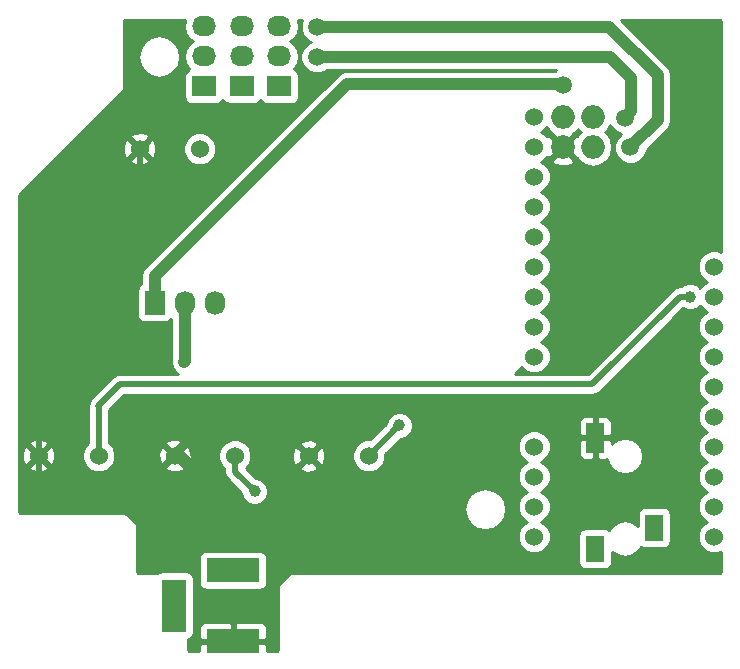
<source format=gbr>
G04 #@! TF.FileFunction,Copper,L2,Bot,Signal*
%FSLAX46Y46*%
G04 Gerber Fmt 4.6, Leading zero omitted, Abs format (unit mm)*
G04 Created by KiCad (PCBNEW (after 2015-may-01 BZR unknown)-product) date 2015/09/06 13:21:43*
%MOMM*%
G01*
G04 APERTURE LIST*
%ADD10C,0.100000*%
%ADD11C,2.000000*%
%ADD12O,2.000000X2.000000*%
%ADD13R,2.000000X4.500000*%
%ADD14R,4.500000X2.000000*%
%ADD15R,1.727200X2.032000*%
%ADD16O,1.727200X2.032000*%
%ADD17R,2.032000X1.727200*%
%ADD18O,2.032000X1.727200*%
%ADD19C,1.524000*%
%ADD20R,1.500000X2.200000*%
%ADD21R,1.600000X2.200000*%
%ADD22R,1.500000X2.500000*%
%ADD23C,1.000000*%
%ADD24C,1.500000*%
%ADD25C,0.500000*%
%ADD26C,1.000000*%
%ADD27C,0.254000*%
G04 APERTURE END LIST*
D10*
D11*
X143319500Y-92329000D03*
D12*
X143319500Y-89789000D03*
X145859500Y-92329000D03*
X145859500Y-89789000D03*
D13*
X110419740Y-131154320D03*
D14*
X115394740Y-134179320D03*
X115394740Y-128179320D03*
D15*
X108770420Y-105521760D03*
D16*
X111310420Y-105521760D03*
X113850420Y-105521760D03*
D17*
X119316500Y-87198200D03*
D18*
X119316500Y-84658200D03*
X119316500Y-82118200D03*
D17*
X116116100Y-87185500D03*
D18*
X116116100Y-84645500D03*
X116116100Y-82105500D03*
D17*
X112928400Y-87198200D03*
D18*
X112928400Y-84658200D03*
X112928400Y-82118200D03*
D19*
X98933000Y-118478300D03*
X104013000Y-118478300D03*
X110477300Y-118478300D03*
X115557300Y-118478300D03*
X121805700Y-118491000D03*
X126885700Y-118491000D03*
X107480100Y-92494100D03*
X112560100Y-92494100D03*
X156121100Y-117703600D03*
X156121100Y-102463600D03*
X140881100Y-89763600D03*
X140881100Y-92303600D03*
X140881100Y-94843600D03*
X140881100Y-97383600D03*
X140881100Y-99923600D03*
X140881100Y-102463600D03*
X140881100Y-125323600D03*
X140881100Y-122783600D03*
X140881100Y-120243600D03*
X140881100Y-117703600D03*
X140881100Y-110083600D03*
X140881100Y-107543600D03*
X140881100Y-105003600D03*
X156121100Y-102463600D03*
X156121100Y-105003600D03*
X156121100Y-107543600D03*
X156121100Y-110083600D03*
X156121100Y-112623600D03*
X156121100Y-115163600D03*
X156121100Y-120243600D03*
X156121100Y-122783600D03*
X156121100Y-125323600D03*
D20*
X151064600Y-124550600D03*
D21*
X146064600Y-126350600D03*
D22*
X146064600Y-116950600D03*
D23*
X115824000Y-123418600D03*
X143941800Y-115252500D03*
X111252000Y-110515400D03*
D24*
X143294100Y-87096600D03*
X122529600Y-82143600D03*
X149047200Y-92367100D03*
X148559520Y-89839800D03*
X122491500Y-84721700D03*
D23*
X154089100Y-105003600D03*
X117221000Y-121475500D03*
X129476500Y-115900200D03*
D25*
X107480100Y-96583500D02*
X98933000Y-105130600D01*
X98933000Y-105130600D02*
X98933000Y-118478300D01*
X107480100Y-92494100D02*
X107480100Y-96583500D01*
X98933000Y-118478300D02*
X98933000Y-120383300D01*
X105473500Y-121551700D02*
X107365800Y-121551700D01*
X108839000Y-120015000D02*
X107365800Y-121551700D01*
X100101400Y-121551700D02*
X105473500Y-121551700D01*
X98933000Y-120383300D02*
X100101400Y-121551700D01*
X110375700Y-118478300D02*
X108839000Y-120015000D01*
X110477300Y-118478300D02*
X110375700Y-118478300D01*
X112547400Y-116052600D02*
X119367300Y-116052600D01*
X119367300Y-116052600D02*
X121805700Y-118491000D01*
X110477300Y-118122700D02*
X112547400Y-116052600D01*
X110477300Y-118478300D02*
X110477300Y-118122700D01*
D26*
X110883700Y-118478300D02*
X115824000Y-123418600D01*
D25*
X110477300Y-118478300D02*
X110883700Y-118478300D01*
D26*
X137883900Y-115290600D02*
X129755900Y-123418600D01*
X129755900Y-123418600D02*
X115824000Y-123418600D01*
X143941800Y-115252500D02*
X143903700Y-115290600D01*
X143903700Y-115290600D02*
X137883900Y-115290600D01*
D25*
X145859500Y-116872500D02*
X146001100Y-117014100D01*
D26*
X111310420Y-110456980D02*
X111252000Y-110515400D01*
X111310420Y-105521760D02*
X111310420Y-110456980D01*
X143383000Y-87007700D02*
X143344900Y-86995000D01*
X143294100Y-87096600D02*
X143383000Y-87007700D01*
X143433800Y-86995000D02*
X143408400Y-86995000D01*
X143433800Y-86995000D02*
X125056900Y-87007700D01*
X108770420Y-103294180D02*
X125056900Y-87007700D01*
X108770420Y-105521760D02*
X108770420Y-103294180D01*
X122529600Y-82143600D02*
X147218400Y-82143600D01*
X147218400Y-82143600D02*
X151345900Y-86271100D01*
X151345900Y-86271100D02*
X151345900Y-90068400D01*
X151345900Y-90068400D02*
X149047200Y-92367100D01*
X148559520Y-89839800D02*
X149110700Y-89288620D01*
X149110700Y-89288620D02*
X149110700Y-88239600D01*
X149110700Y-86525100D02*
X149110700Y-88239600D01*
X147281900Y-84696300D02*
X149110700Y-86525100D01*
X122516900Y-84696300D02*
X147281900Y-84696300D01*
X122491500Y-84721700D02*
X122516900Y-84696300D01*
D25*
X154101800Y-104990900D02*
X154089100Y-105003600D01*
X145808700Y-112420400D02*
X105791000Y-112420400D01*
X153238200Y-104990900D02*
X145808700Y-112420400D01*
X104013000Y-114249200D02*
X104013000Y-118478300D01*
X104013000Y-114249200D02*
X103987600Y-114223800D01*
X105791000Y-112420400D02*
X103987600Y-114223800D01*
X153238200Y-104990900D02*
X154101800Y-104990900D01*
X115557300Y-119811800D02*
X117221000Y-121475500D01*
X115557300Y-118478300D02*
X115557300Y-119811800D01*
X126885700Y-118491000D02*
X129476500Y-115900200D01*
D27*
G36*
X156715700Y-101197849D02*
X156400200Y-101066843D01*
X155844439Y-101066358D01*
X155330797Y-101278590D01*
X154937471Y-101671230D01*
X154724343Y-102184500D01*
X154723858Y-102740261D01*
X154936090Y-103253903D01*
X155328730Y-103647229D01*
X155536612Y-103733549D01*
X155330797Y-103818590D01*
X154937471Y-104211230D01*
X154927005Y-104236434D01*
X154732865Y-104041955D01*
X154315856Y-103868797D01*
X153864325Y-103868403D01*
X153447014Y-104040833D01*
X153381833Y-104105900D01*
X153238205Y-104105900D01*
X153238200Y-104105899D01*
X152955715Y-104162089D01*
X152899525Y-104173267D01*
X152612410Y-104365110D01*
X152612407Y-104365113D01*
X145442120Y-111535400D01*
X144292427Y-111535400D01*
X144292427Y-93481532D01*
X143319500Y-92508605D01*
X142346573Y-93481532D01*
X142445236Y-93748387D01*
X143054961Y-93974908D01*
X143704960Y-93950856D01*
X144193764Y-93748387D01*
X144292427Y-93481532D01*
X144292427Y-111535400D01*
X139290436Y-111535400D01*
X139745068Y-111080768D01*
X139808230Y-110986239D01*
X140088730Y-111267229D01*
X140602000Y-111480357D01*
X141157761Y-111480842D01*
X141671403Y-111268610D01*
X142064729Y-110875970D01*
X142277857Y-110362700D01*
X142278342Y-109806939D01*
X142066110Y-109293297D01*
X141673470Y-108899971D01*
X141465587Y-108813650D01*
X141671403Y-108728610D01*
X142064729Y-108335970D01*
X142277857Y-107822700D01*
X142278342Y-107266939D01*
X142066110Y-106753297D01*
X141673470Y-106359971D01*
X141465587Y-106273650D01*
X141671403Y-106188610D01*
X142064729Y-105795970D01*
X142277857Y-105282700D01*
X142278342Y-104726939D01*
X142066110Y-104213297D01*
X141673470Y-103819971D01*
X141465587Y-103733650D01*
X141671403Y-103648610D01*
X142064729Y-103255970D01*
X142277857Y-102742700D01*
X142278342Y-102186939D01*
X142066110Y-101673297D01*
X141673470Y-101279971D01*
X141465587Y-101193650D01*
X141671403Y-101108610D01*
X142064729Y-100715970D01*
X142277857Y-100202700D01*
X142278342Y-99646939D01*
X142066110Y-99133297D01*
X141673470Y-98739971D01*
X141465587Y-98653650D01*
X141671403Y-98568610D01*
X142064729Y-98175970D01*
X142277857Y-97662700D01*
X142278342Y-97106939D01*
X142066110Y-96593297D01*
X141673470Y-96199971D01*
X141465587Y-96113650D01*
X141671403Y-96028610D01*
X142064729Y-95635970D01*
X142277857Y-95122700D01*
X142278342Y-94566939D01*
X142066110Y-94053297D01*
X141673470Y-93659971D01*
X141465587Y-93573650D01*
X141671403Y-93488610D01*
X141941805Y-93218678D01*
X142166968Y-93301927D01*
X143139895Y-92329000D01*
X142166968Y-91356073D01*
X141978660Y-91425694D01*
X141673470Y-91119971D01*
X141465587Y-91033650D01*
X141671403Y-90948610D01*
X141955087Y-90665419D01*
X142163380Y-90977152D01*
X142369375Y-91114793D01*
X142346573Y-91176468D01*
X143319500Y-92149395D01*
X144292427Y-91176468D01*
X144269624Y-91114793D01*
X144475620Y-90977152D01*
X144589500Y-90806718D01*
X144703380Y-90977152D01*
X144825874Y-91059000D01*
X144703380Y-91140848D01*
X144542229Y-91382026D01*
X144472032Y-91356073D01*
X143499105Y-92329000D01*
X144472032Y-93301927D01*
X144542229Y-93275973D01*
X144703380Y-93517152D01*
X145233813Y-93871575D01*
X145859500Y-93996032D01*
X146485187Y-93871575D01*
X147015620Y-93517152D01*
X147370043Y-92986719D01*
X147494500Y-92361032D01*
X147494500Y-92296968D01*
X147370043Y-91671281D01*
X147015620Y-91140848D01*
X146893125Y-91059000D01*
X147015620Y-90977152D01*
X147334005Y-90500652D01*
X147384689Y-90623315D01*
X147773956Y-91013261D01*
X148246461Y-91209462D01*
X147873739Y-91581536D01*
X147662441Y-92090398D01*
X147661960Y-92641385D01*
X147872369Y-93150615D01*
X148261636Y-93540561D01*
X148770498Y-93751859D01*
X149321485Y-93752340D01*
X149830715Y-93541931D01*
X150220661Y-93152664D01*
X150431959Y-92643802D01*
X150432008Y-92587423D01*
X152148466Y-90870966D01*
X152394503Y-90502746D01*
X152394503Y-90502745D01*
X152480900Y-90068400D01*
X152480900Y-86271100D01*
X152394503Y-85836754D01*
X152148466Y-85468534D01*
X152148466Y-85468533D01*
X148230912Y-81550980D01*
X156616544Y-81550980D01*
X156715700Y-81650136D01*
X156715700Y-101197849D01*
X156715700Y-101197849D01*
G37*
X156715700Y-101197849D02*
X156400200Y-101066843D01*
X155844439Y-101066358D01*
X155330797Y-101278590D01*
X154937471Y-101671230D01*
X154724343Y-102184500D01*
X154723858Y-102740261D01*
X154936090Y-103253903D01*
X155328730Y-103647229D01*
X155536612Y-103733549D01*
X155330797Y-103818590D01*
X154937471Y-104211230D01*
X154927005Y-104236434D01*
X154732865Y-104041955D01*
X154315856Y-103868797D01*
X153864325Y-103868403D01*
X153447014Y-104040833D01*
X153381833Y-104105900D01*
X153238205Y-104105900D01*
X153238200Y-104105899D01*
X152955715Y-104162089D01*
X152899525Y-104173267D01*
X152612410Y-104365110D01*
X152612407Y-104365113D01*
X145442120Y-111535400D01*
X144292427Y-111535400D01*
X144292427Y-93481532D01*
X143319500Y-92508605D01*
X142346573Y-93481532D01*
X142445236Y-93748387D01*
X143054961Y-93974908D01*
X143704960Y-93950856D01*
X144193764Y-93748387D01*
X144292427Y-93481532D01*
X144292427Y-111535400D01*
X139290436Y-111535400D01*
X139745068Y-111080768D01*
X139808230Y-110986239D01*
X140088730Y-111267229D01*
X140602000Y-111480357D01*
X141157761Y-111480842D01*
X141671403Y-111268610D01*
X142064729Y-110875970D01*
X142277857Y-110362700D01*
X142278342Y-109806939D01*
X142066110Y-109293297D01*
X141673470Y-108899971D01*
X141465587Y-108813650D01*
X141671403Y-108728610D01*
X142064729Y-108335970D01*
X142277857Y-107822700D01*
X142278342Y-107266939D01*
X142066110Y-106753297D01*
X141673470Y-106359971D01*
X141465587Y-106273650D01*
X141671403Y-106188610D01*
X142064729Y-105795970D01*
X142277857Y-105282700D01*
X142278342Y-104726939D01*
X142066110Y-104213297D01*
X141673470Y-103819971D01*
X141465587Y-103733650D01*
X141671403Y-103648610D01*
X142064729Y-103255970D01*
X142277857Y-102742700D01*
X142278342Y-102186939D01*
X142066110Y-101673297D01*
X141673470Y-101279971D01*
X141465587Y-101193650D01*
X141671403Y-101108610D01*
X142064729Y-100715970D01*
X142277857Y-100202700D01*
X142278342Y-99646939D01*
X142066110Y-99133297D01*
X141673470Y-98739971D01*
X141465587Y-98653650D01*
X141671403Y-98568610D01*
X142064729Y-98175970D01*
X142277857Y-97662700D01*
X142278342Y-97106939D01*
X142066110Y-96593297D01*
X141673470Y-96199971D01*
X141465587Y-96113650D01*
X141671403Y-96028610D01*
X142064729Y-95635970D01*
X142277857Y-95122700D01*
X142278342Y-94566939D01*
X142066110Y-94053297D01*
X141673470Y-93659971D01*
X141465587Y-93573650D01*
X141671403Y-93488610D01*
X141941805Y-93218678D01*
X142166968Y-93301927D01*
X143139895Y-92329000D01*
X142166968Y-91356073D01*
X141978660Y-91425694D01*
X141673470Y-91119971D01*
X141465587Y-91033650D01*
X141671403Y-90948610D01*
X141955087Y-90665419D01*
X142163380Y-90977152D01*
X142369375Y-91114793D01*
X142346573Y-91176468D01*
X143319500Y-92149395D01*
X144292427Y-91176468D01*
X144269624Y-91114793D01*
X144475620Y-90977152D01*
X144589500Y-90806718D01*
X144703380Y-90977152D01*
X144825874Y-91059000D01*
X144703380Y-91140848D01*
X144542229Y-91382026D01*
X144472032Y-91356073D01*
X143499105Y-92329000D01*
X144472032Y-93301927D01*
X144542229Y-93275973D01*
X144703380Y-93517152D01*
X145233813Y-93871575D01*
X145859500Y-93996032D01*
X146485187Y-93871575D01*
X147015620Y-93517152D01*
X147370043Y-92986719D01*
X147494500Y-92361032D01*
X147494500Y-92296968D01*
X147370043Y-91671281D01*
X147015620Y-91140848D01*
X146893125Y-91059000D01*
X147015620Y-90977152D01*
X147334005Y-90500652D01*
X147384689Y-90623315D01*
X147773956Y-91013261D01*
X148246461Y-91209462D01*
X147873739Y-91581536D01*
X147662441Y-92090398D01*
X147661960Y-92641385D01*
X147872369Y-93150615D01*
X148261636Y-93540561D01*
X148770498Y-93751859D01*
X149321485Y-93752340D01*
X149830715Y-93541931D01*
X150220661Y-93152664D01*
X150431959Y-92643802D01*
X150432008Y-92587423D01*
X152148466Y-90870966D01*
X152394503Y-90502746D01*
X152394503Y-90502745D01*
X152480900Y-90068400D01*
X152480900Y-86271100D01*
X152394503Y-85836754D01*
X152148466Y-85468534D01*
X152148466Y-85468533D01*
X148230912Y-81550980D01*
X156616544Y-81550980D01*
X156715700Y-81650136D01*
X156715700Y-101197849D01*
G36*
X156715700Y-128342664D02*
X156616964Y-128441400D01*
X152462040Y-128441400D01*
X152462040Y-125650600D01*
X152462040Y-123450600D01*
X152415063Y-123208477D01*
X152275273Y-122995673D01*
X152064240Y-122853223D01*
X151814600Y-122803160D01*
X150314600Y-122803160D01*
X150109200Y-122843011D01*
X150109200Y-118483700D01*
X149992355Y-117896281D01*
X149659609Y-117398291D01*
X149161619Y-117065545D01*
X148574200Y-116948700D01*
X147986781Y-117065545D01*
X147488791Y-117398291D01*
X147449600Y-117456944D01*
X147449600Y-117236350D01*
X147449600Y-116664850D01*
X147449600Y-115574291D01*
X147352927Y-115340902D01*
X147174299Y-115162273D01*
X146940910Y-115065600D01*
X146688291Y-115065600D01*
X146350350Y-115065600D01*
X146191600Y-115224350D01*
X146191600Y-116823600D01*
X147290850Y-116823600D01*
X147449600Y-116664850D01*
X147449600Y-117236350D01*
X147290850Y-117077600D01*
X146191600Y-117077600D01*
X146191600Y-118676850D01*
X146350350Y-118835600D01*
X146688291Y-118835600D01*
X146940910Y-118835600D01*
X147096387Y-118771199D01*
X147156045Y-119071119D01*
X147488791Y-119569109D01*
X147986781Y-119901855D01*
X148574200Y-120018700D01*
X149161619Y-119901855D01*
X149659609Y-119569109D01*
X149992355Y-119071119D01*
X150109200Y-118483700D01*
X150109200Y-122843011D01*
X150072477Y-122850137D01*
X149859673Y-122989927D01*
X149717223Y-123200960D01*
X149667160Y-123450600D01*
X149667160Y-124409591D01*
X149659609Y-124398291D01*
X149161619Y-124065545D01*
X148574200Y-123948700D01*
X147986781Y-124065545D01*
X147488791Y-124398291D01*
X147254975Y-124748221D01*
X147114240Y-124653223D01*
X146864600Y-124603160D01*
X145937600Y-124603160D01*
X145937600Y-118676850D01*
X145937600Y-117077600D01*
X145937600Y-116823600D01*
X145937600Y-115224350D01*
X145778850Y-115065600D01*
X145440909Y-115065600D01*
X145188290Y-115065600D01*
X144954901Y-115162273D01*
X144776273Y-115340902D01*
X144679600Y-115574291D01*
X144679600Y-116664850D01*
X144838350Y-116823600D01*
X145937600Y-116823600D01*
X145937600Y-117077600D01*
X144838350Y-117077600D01*
X144679600Y-117236350D01*
X144679600Y-118326909D01*
X144776273Y-118560298D01*
X144954901Y-118738927D01*
X145188290Y-118835600D01*
X145440909Y-118835600D01*
X145778850Y-118835600D01*
X145937600Y-118676850D01*
X145937600Y-124603160D01*
X145264600Y-124603160D01*
X145022477Y-124650137D01*
X144809673Y-124789927D01*
X144667223Y-125000960D01*
X144617160Y-125250600D01*
X144617160Y-127450600D01*
X144664137Y-127692723D01*
X144803927Y-127905527D01*
X145014960Y-128047977D01*
X145264600Y-128098040D01*
X146864600Y-128098040D01*
X147106723Y-128051063D01*
X147319527Y-127911273D01*
X147461977Y-127700240D01*
X147512040Y-127450600D01*
X147512040Y-126584643D01*
X147986781Y-126901855D01*
X148574200Y-127018700D01*
X149161619Y-126901855D01*
X149659609Y-126569109D01*
X149933482Y-126159227D01*
X150064960Y-126247977D01*
X150314600Y-126298040D01*
X151814600Y-126298040D01*
X152056723Y-126251063D01*
X152269527Y-126111273D01*
X152411977Y-125900240D01*
X152462040Y-125650600D01*
X152462040Y-128441400D01*
X142278342Y-128441400D01*
X142278342Y-125046939D01*
X142066110Y-124533297D01*
X141673470Y-124139971D01*
X141465587Y-124053650D01*
X141671403Y-123968610D01*
X142064729Y-123575970D01*
X142277857Y-123062700D01*
X142278342Y-122506939D01*
X142066110Y-121993297D01*
X141673470Y-121599971D01*
X141465587Y-121513650D01*
X141671403Y-121428610D01*
X142064729Y-121035970D01*
X142277857Y-120522700D01*
X142278342Y-119966939D01*
X142066110Y-119453297D01*
X141673470Y-119059971D01*
X141465587Y-118973650D01*
X141671403Y-118888610D01*
X142064729Y-118495970D01*
X142277857Y-117982700D01*
X142278342Y-117426939D01*
X142066110Y-116913297D01*
X141673470Y-116519971D01*
X141160200Y-116306843D01*
X140604439Y-116306358D01*
X140090797Y-116518590D01*
X139697471Y-116911230D01*
X139484343Y-117424500D01*
X139483858Y-117980261D01*
X139696090Y-118493903D01*
X140088730Y-118887229D01*
X140296612Y-118973549D01*
X140090797Y-119058590D01*
X139697471Y-119451230D01*
X139484343Y-119964500D01*
X139483858Y-120520261D01*
X139696090Y-121033903D01*
X140088730Y-121427229D01*
X140296612Y-121513549D01*
X140090797Y-121598590D01*
X139697471Y-121991230D01*
X139484343Y-122504500D01*
X139483858Y-123060261D01*
X139696090Y-123573903D01*
X140088730Y-123967229D01*
X140296612Y-124053549D01*
X140090797Y-124138590D01*
X139697471Y-124531230D01*
X139484343Y-125044500D01*
X139483858Y-125600261D01*
X139696090Y-126113903D01*
X140088730Y-126507229D01*
X140602000Y-126720357D01*
X141157761Y-126720842D01*
X141671403Y-126508610D01*
X142064729Y-126115970D01*
X142277857Y-125602700D01*
X142278342Y-125046939D01*
X142278342Y-128441400D01*
X138545700Y-128441400D01*
X138545700Y-122996400D01*
X138409825Y-122313310D01*
X138022886Y-121734214D01*
X137443790Y-121347275D01*
X136760700Y-121211400D01*
X136077610Y-121347275D01*
X135498514Y-121734214D01*
X135111575Y-122313310D01*
X134975700Y-122996400D01*
X135111575Y-123679490D01*
X135498514Y-124258586D01*
X136077610Y-124645525D01*
X136760700Y-124781400D01*
X137443790Y-124645525D01*
X138022886Y-124258586D01*
X138409825Y-123679490D01*
X138545700Y-122996400D01*
X138545700Y-128441400D01*
X130611697Y-128441400D01*
X130611697Y-115675425D01*
X130439267Y-115258114D01*
X130120265Y-114938555D01*
X129703256Y-114765397D01*
X129251725Y-114765003D01*
X128834414Y-114937433D01*
X128514855Y-115256435D01*
X128341697Y-115673444D01*
X128341600Y-115783519D01*
X127030994Y-117094126D01*
X126609039Y-117093758D01*
X126095397Y-117305990D01*
X125702071Y-117698630D01*
X125488943Y-118211900D01*
X125488458Y-118767661D01*
X125700690Y-119281303D01*
X126093330Y-119674629D01*
X126606600Y-119887757D01*
X127162361Y-119888242D01*
X127676003Y-119676010D01*
X128069329Y-119283370D01*
X128282457Y-118770100D01*
X128282827Y-118345452D01*
X129592976Y-117035302D01*
X129701275Y-117035397D01*
X130118586Y-116862967D01*
X130438145Y-116543965D01*
X130611303Y-116126956D01*
X130611697Y-115675425D01*
X130611697Y-128441400D01*
X123214844Y-128441400D01*
X123214844Y-118698698D01*
X123187062Y-118143632D01*
X123028097Y-117759857D01*
X122785913Y-117690392D01*
X122606308Y-117869997D01*
X122606308Y-117510787D01*
X122536843Y-117268603D01*
X122013398Y-117081856D01*
X121458332Y-117109638D01*
X121074557Y-117268603D01*
X121005092Y-117510787D01*
X121805700Y-118311395D01*
X122606308Y-117510787D01*
X122606308Y-117869997D01*
X121985305Y-118491000D01*
X122785913Y-119291608D01*
X123028097Y-119222143D01*
X123214844Y-118698698D01*
X123214844Y-128441400D01*
X122606308Y-128441400D01*
X122606308Y-119471213D01*
X121805700Y-118670605D01*
X121626095Y-118850210D01*
X121626095Y-118491000D01*
X120825487Y-117690392D01*
X120583303Y-117759857D01*
X120396556Y-118283302D01*
X120424338Y-118838368D01*
X120583303Y-119222143D01*
X120825487Y-119291608D01*
X121626095Y-118491000D01*
X121626095Y-118850210D01*
X121005092Y-119471213D01*
X121074557Y-119713397D01*
X121598002Y-119900144D01*
X122153068Y-119872362D01*
X122536843Y-119713397D01*
X122606308Y-119471213D01*
X122606308Y-128441400D01*
X120410700Y-128441400D01*
X120148562Y-128493543D01*
X119926332Y-128642032D01*
X119426332Y-129142032D01*
X119277843Y-129364262D01*
X119225700Y-129626400D01*
X119225700Y-134912664D01*
X119126964Y-135011400D01*
X118356197Y-135011400D01*
X118356197Y-121250725D01*
X118183767Y-120833414D01*
X117864765Y-120513855D01*
X117447756Y-120340697D01*
X117337680Y-120340600D01*
X116504132Y-119507053D01*
X116740929Y-119270670D01*
X116954057Y-118757400D01*
X116954542Y-118201639D01*
X116742310Y-117687997D01*
X116349670Y-117294671D01*
X115836400Y-117081543D01*
X115280639Y-117081058D01*
X114766997Y-117293290D01*
X114373671Y-117685930D01*
X114160543Y-118199200D01*
X114160058Y-118754961D01*
X114372290Y-119268603D01*
X114672300Y-119569137D01*
X114672300Y-119811794D01*
X114672299Y-119811800D01*
X114728489Y-120094284D01*
X114739667Y-120150475D01*
X114931510Y-120437590D01*
X116085897Y-121591976D01*
X116085803Y-121700275D01*
X116258233Y-122117586D01*
X116577235Y-122437145D01*
X116994244Y-122610303D01*
X117445775Y-122610697D01*
X117863086Y-122438267D01*
X118182645Y-122119265D01*
X118355803Y-121702256D01*
X118356197Y-121250725D01*
X118356197Y-135011400D01*
X118292180Y-135011400D01*
X118292180Y-129179320D01*
X118292180Y-127179320D01*
X118245203Y-126937197D01*
X118105413Y-126724393D01*
X117894380Y-126581943D01*
X117644740Y-126531880D01*
X113144740Y-126531880D01*
X112902617Y-126578857D01*
X112689813Y-126718647D01*
X112547363Y-126929680D01*
X112497300Y-127179320D01*
X112497300Y-129179320D01*
X112544277Y-129421443D01*
X112684067Y-129634247D01*
X112895100Y-129776697D01*
X113144740Y-129826760D01*
X117644740Y-129826760D01*
X117886863Y-129779783D01*
X118099667Y-129639993D01*
X118242117Y-129428960D01*
X118292180Y-129179320D01*
X118292180Y-135011400D01*
X118279740Y-135011400D01*
X118279740Y-134465070D01*
X118279740Y-133893570D01*
X118279740Y-133053011D01*
X118183067Y-132819622D01*
X118004439Y-132640993D01*
X117771050Y-132544320D01*
X117518431Y-132544320D01*
X115680490Y-132544320D01*
X115521740Y-132703070D01*
X115521740Y-134052320D01*
X118120990Y-134052320D01*
X118279740Y-133893570D01*
X118279740Y-134465070D01*
X118120990Y-134306320D01*
X115521740Y-134306320D01*
X115521740Y-134326320D01*
X115267740Y-134326320D01*
X115267740Y-134306320D01*
X115267740Y-134052320D01*
X115267740Y-132703070D01*
X115108990Y-132544320D01*
X113271049Y-132544320D01*
X113018430Y-132544320D01*
X112785041Y-132640993D01*
X112606413Y-132819622D01*
X112509740Y-133053011D01*
X112509740Y-133893570D01*
X112668490Y-134052320D01*
X115267740Y-134052320D01*
X115267740Y-134306320D01*
X112668490Y-134306320D01*
X112509740Y-134465070D01*
X112509740Y-135011400D01*
X111694436Y-135011400D01*
X111595700Y-134912664D01*
X111595700Y-134017620D01*
X111661863Y-134004783D01*
X111874667Y-133864993D01*
X112017117Y-133653960D01*
X112067180Y-133404320D01*
X112067180Y-128904320D01*
X112020203Y-128662197D01*
X111886444Y-128458574D01*
X111886444Y-118685998D01*
X111858662Y-118130932D01*
X111699697Y-117747157D01*
X111457513Y-117677692D01*
X111277908Y-117857297D01*
X111277908Y-117498087D01*
X111208443Y-117255903D01*
X110684998Y-117069156D01*
X110129932Y-117096938D01*
X109746157Y-117255903D01*
X109676692Y-117498087D01*
X110477300Y-118298695D01*
X111277908Y-117498087D01*
X111277908Y-117857297D01*
X110656905Y-118478300D01*
X111457513Y-119278908D01*
X111699697Y-119209443D01*
X111886444Y-118685998D01*
X111886444Y-128458574D01*
X111880413Y-128449393D01*
X111669380Y-128306943D01*
X111419740Y-128256880D01*
X111277908Y-128256880D01*
X111277908Y-119458513D01*
X110477300Y-118657905D01*
X110297695Y-118837510D01*
X110297695Y-118478300D01*
X109497087Y-117677692D01*
X109254903Y-117747157D01*
X109068156Y-118270602D01*
X109095938Y-118825668D01*
X109254903Y-119209443D01*
X109497087Y-119278908D01*
X110297695Y-118478300D01*
X110297695Y-118837510D01*
X109676692Y-119458513D01*
X109746157Y-119700697D01*
X110269602Y-119887444D01*
X110824668Y-119859662D01*
X111208443Y-119700697D01*
X111277908Y-119458513D01*
X111277908Y-128256880D01*
X109419740Y-128256880D01*
X109177617Y-128303857D01*
X108968233Y-128441400D01*
X107384436Y-128441400D01*
X107285700Y-128342664D01*
X107285700Y-124546400D01*
X107233557Y-124284262D01*
X107085068Y-124062032D01*
X106585068Y-123562032D01*
X106362838Y-123413543D01*
X106100700Y-123361400D01*
X100342144Y-123361400D01*
X100342144Y-118685998D01*
X100314362Y-118130932D01*
X100155397Y-117747157D01*
X99913213Y-117677692D01*
X99733608Y-117857297D01*
X99733608Y-117498087D01*
X99664143Y-117255903D01*
X99140698Y-117069156D01*
X98585632Y-117096938D01*
X98201857Y-117255903D01*
X98132392Y-117498087D01*
X98933000Y-118298695D01*
X99733608Y-117498087D01*
X99733608Y-117857297D01*
X99112605Y-118478300D01*
X99913213Y-119278908D01*
X100155397Y-119209443D01*
X100342144Y-118685998D01*
X100342144Y-123361400D01*
X99733608Y-123361400D01*
X99733608Y-119458513D01*
X98933000Y-118657905D01*
X98753395Y-118837510D01*
X98753395Y-118478300D01*
X97952787Y-117677692D01*
X97710603Y-117747157D01*
X97523856Y-118270602D01*
X97551638Y-118825668D01*
X97710603Y-119209443D01*
X97952787Y-119278908D01*
X98753395Y-118478300D01*
X98753395Y-118837510D01*
X98132392Y-119458513D01*
X98201857Y-119700697D01*
X98725302Y-119887444D01*
X99280368Y-119859662D01*
X99664143Y-119700697D01*
X99733608Y-119458513D01*
X99733608Y-123361400D01*
X97384436Y-123361400D01*
X97285700Y-123262664D01*
X97285700Y-96390136D01*
X105975068Y-87700768D01*
X106123557Y-87478538D01*
X106175700Y-87216400D01*
X106175700Y-81550980D01*
X111357882Y-81550980D01*
X111245055Y-82118200D01*
X111359129Y-82691689D01*
X111683985Y-83177870D01*
X111998765Y-83388200D01*
X111683985Y-83598530D01*
X111359129Y-84084711D01*
X111245055Y-84658200D01*
X111359129Y-85231689D01*
X111683985Y-85717870D01*
X111699767Y-85728415D01*
X111670277Y-85734137D01*
X111457473Y-85873927D01*
X111315023Y-86084960D01*
X111264960Y-86334600D01*
X111264960Y-88061800D01*
X111311937Y-88303923D01*
X111451727Y-88516727D01*
X111662760Y-88659177D01*
X111912400Y-88709240D01*
X113944400Y-88709240D01*
X114186523Y-88662263D01*
X114399327Y-88522473D01*
X114527150Y-88333107D01*
X114639427Y-88504027D01*
X114850460Y-88646477D01*
X115100100Y-88696540D01*
X117132100Y-88696540D01*
X117374223Y-88649563D01*
X117587027Y-88509773D01*
X117712831Y-88323399D01*
X117839827Y-88516727D01*
X118050860Y-88659177D01*
X118300500Y-88709240D01*
X120332500Y-88709240D01*
X120574623Y-88662263D01*
X120787427Y-88522473D01*
X120929877Y-88311440D01*
X120979940Y-88061800D01*
X120979940Y-86334600D01*
X120932963Y-86092477D01*
X120793173Y-85879673D01*
X120582140Y-85737223D01*
X120543537Y-85729481D01*
X120560915Y-85717870D01*
X120885771Y-85231689D01*
X120999845Y-84658200D01*
X120885771Y-84084711D01*
X120560915Y-83598530D01*
X120246134Y-83388200D01*
X120560915Y-83177870D01*
X120885771Y-82691689D01*
X120999845Y-82118200D01*
X120887017Y-81550980D01*
X121276021Y-81550980D01*
X121144841Y-81866898D01*
X121144360Y-82417885D01*
X121354769Y-82927115D01*
X121744036Y-83317061D01*
X122003457Y-83424782D01*
X121707985Y-83546869D01*
X121318039Y-83936136D01*
X121106741Y-84444998D01*
X121106260Y-84995985D01*
X121316669Y-85505215D01*
X121705936Y-85895161D01*
X122214798Y-86106459D01*
X122765785Y-86106940D01*
X123275015Y-85896531D01*
X123340359Y-85831300D01*
X142729537Y-85831300D01*
X142658782Y-85860535D01*
X125056116Y-85872700D01*
X124838722Y-85916098D01*
X124622555Y-85959097D01*
X124622224Y-85959318D01*
X124621829Y-85959397D01*
X124437671Y-86082631D01*
X124254334Y-86205134D01*
X113957342Y-96502126D01*
X113957342Y-92217439D01*
X113745110Y-91703797D01*
X113352470Y-91310471D01*
X112839200Y-91097343D01*
X112283439Y-91096858D01*
X111769797Y-91309090D01*
X111376471Y-91701730D01*
X111163343Y-92215000D01*
X111162858Y-92770761D01*
X111375090Y-93284403D01*
X111767730Y-93677729D01*
X112281000Y-93890857D01*
X112836761Y-93891342D01*
X113350403Y-93679110D01*
X113743729Y-93286470D01*
X113956857Y-92773200D01*
X113957342Y-92217439D01*
X113957342Y-96502126D01*
X110925700Y-99533768D01*
X110925700Y-84676400D01*
X110789825Y-83993310D01*
X110402886Y-83414214D01*
X109823790Y-83027275D01*
X109140700Y-82891400D01*
X108457610Y-83027275D01*
X107878514Y-83414214D01*
X107491575Y-83993310D01*
X107355700Y-84676400D01*
X107491575Y-85359490D01*
X107878514Y-85938586D01*
X108457610Y-86325525D01*
X109140700Y-86461400D01*
X109823790Y-86325525D01*
X110402886Y-85938586D01*
X110789825Y-85359490D01*
X110925700Y-84676400D01*
X110925700Y-99533768D01*
X108889244Y-101570224D01*
X108889244Y-92701798D01*
X108861462Y-92146732D01*
X108702497Y-91762957D01*
X108460313Y-91693492D01*
X108280708Y-91873097D01*
X108280708Y-91513887D01*
X108211243Y-91271703D01*
X107687798Y-91084956D01*
X107132732Y-91112738D01*
X106748957Y-91271703D01*
X106679492Y-91513887D01*
X107480100Y-92314495D01*
X108280708Y-91513887D01*
X108280708Y-91873097D01*
X107659705Y-92494100D01*
X108460313Y-93294708D01*
X108702497Y-93225243D01*
X108889244Y-92701798D01*
X108889244Y-101570224D01*
X108280708Y-102178760D01*
X108280708Y-93474313D01*
X107480100Y-92673705D01*
X107300495Y-92853310D01*
X107300495Y-92494100D01*
X106499887Y-91693492D01*
X106257703Y-91762957D01*
X106070956Y-92286402D01*
X106098738Y-92841468D01*
X106257703Y-93225243D01*
X106499887Y-93294708D01*
X107300495Y-92494100D01*
X107300495Y-92853310D01*
X106679492Y-93474313D01*
X106748957Y-93716497D01*
X107272402Y-93903244D01*
X107827468Y-93875462D01*
X108211243Y-93716497D01*
X108280708Y-93474313D01*
X108280708Y-102178760D01*
X107967854Y-102491614D01*
X107721817Y-102859834D01*
X107635420Y-103294180D01*
X107635420Y-103924528D01*
X107451893Y-104045087D01*
X107309443Y-104256120D01*
X107259380Y-104505760D01*
X107259380Y-106537760D01*
X107306357Y-106779883D01*
X107446147Y-106992687D01*
X107657180Y-107135137D01*
X107906820Y-107185200D01*
X109634020Y-107185200D01*
X109876143Y-107138223D01*
X110088947Y-106998433D01*
X110175420Y-106870327D01*
X110175420Y-110148428D01*
X110117197Y-110288644D01*
X110116803Y-110740175D01*
X110289233Y-111157486D01*
X110449434Y-111317966D01*
X110608235Y-111477045D01*
X110748768Y-111535400D01*
X105791005Y-111535400D01*
X105791000Y-111535399D01*
X105508515Y-111591589D01*
X105452325Y-111602767D01*
X105165210Y-111794610D01*
X105165207Y-111794613D01*
X103361810Y-113598010D01*
X103169967Y-113885126D01*
X103102599Y-114223800D01*
X103128000Y-114351496D01*
X103128000Y-117387821D01*
X102829371Y-117685930D01*
X102616243Y-118199200D01*
X102615758Y-118754961D01*
X102827990Y-119268603D01*
X103220630Y-119661929D01*
X103733900Y-119875057D01*
X104289661Y-119875542D01*
X104803303Y-119663310D01*
X105196629Y-119270670D01*
X105409757Y-118757400D01*
X105410242Y-118201639D01*
X105198010Y-117687997D01*
X104898000Y-117387462D01*
X104898000Y-114564979D01*
X106157579Y-113305400D01*
X145808694Y-113305400D01*
X145808700Y-113305401D01*
X145808700Y-113305400D01*
X146091184Y-113249210D01*
X146147374Y-113238033D01*
X146147375Y-113238033D01*
X146434490Y-113046190D01*
X153494866Y-105985812D01*
X153862344Y-106138403D01*
X154313875Y-106138797D01*
X154731186Y-105966367D01*
X154926704Y-105771189D01*
X154936090Y-105793903D01*
X155328730Y-106187229D01*
X155536612Y-106273549D01*
X155330797Y-106358590D01*
X154937471Y-106751230D01*
X154724343Y-107264500D01*
X154723858Y-107820261D01*
X154936090Y-108333903D01*
X155328730Y-108727229D01*
X155536612Y-108813549D01*
X155330797Y-108898590D01*
X154937471Y-109291230D01*
X154724343Y-109804500D01*
X154723858Y-110360261D01*
X154936090Y-110873903D01*
X155328730Y-111267229D01*
X155536612Y-111353549D01*
X155330797Y-111438590D01*
X154937471Y-111831230D01*
X154724343Y-112344500D01*
X154723858Y-112900261D01*
X154936090Y-113413903D01*
X155328730Y-113807229D01*
X155536612Y-113893549D01*
X155330797Y-113978590D01*
X154937471Y-114371230D01*
X154724343Y-114884500D01*
X154723858Y-115440261D01*
X154936090Y-115953903D01*
X155328730Y-116347229D01*
X155536612Y-116433549D01*
X155330797Y-116518590D01*
X154937471Y-116911230D01*
X154724343Y-117424500D01*
X154723858Y-117980261D01*
X154936090Y-118493903D01*
X155328730Y-118887229D01*
X155536612Y-118973549D01*
X155330797Y-119058590D01*
X154937471Y-119451230D01*
X154724343Y-119964500D01*
X154723858Y-120520261D01*
X154936090Y-121033903D01*
X155328730Y-121427229D01*
X155536612Y-121513549D01*
X155330797Y-121598590D01*
X154937471Y-121991230D01*
X154724343Y-122504500D01*
X154723858Y-123060261D01*
X154936090Y-123573903D01*
X155328730Y-123967229D01*
X155536612Y-124053549D01*
X155330797Y-124138590D01*
X154937471Y-124531230D01*
X154724343Y-125044500D01*
X154723858Y-125600261D01*
X154936090Y-126113903D01*
X155328730Y-126507229D01*
X155842000Y-126720357D01*
X156397761Y-126720842D01*
X156715700Y-126589472D01*
X156715700Y-128342664D01*
X156715700Y-128342664D01*
G37*
X156715700Y-128342664D02*
X156616964Y-128441400D01*
X152462040Y-128441400D01*
X152462040Y-125650600D01*
X152462040Y-123450600D01*
X152415063Y-123208477D01*
X152275273Y-122995673D01*
X152064240Y-122853223D01*
X151814600Y-122803160D01*
X150314600Y-122803160D01*
X150109200Y-122843011D01*
X150109200Y-118483700D01*
X149992355Y-117896281D01*
X149659609Y-117398291D01*
X149161619Y-117065545D01*
X148574200Y-116948700D01*
X147986781Y-117065545D01*
X147488791Y-117398291D01*
X147449600Y-117456944D01*
X147449600Y-117236350D01*
X147449600Y-116664850D01*
X147449600Y-115574291D01*
X147352927Y-115340902D01*
X147174299Y-115162273D01*
X146940910Y-115065600D01*
X146688291Y-115065600D01*
X146350350Y-115065600D01*
X146191600Y-115224350D01*
X146191600Y-116823600D01*
X147290850Y-116823600D01*
X147449600Y-116664850D01*
X147449600Y-117236350D01*
X147290850Y-117077600D01*
X146191600Y-117077600D01*
X146191600Y-118676850D01*
X146350350Y-118835600D01*
X146688291Y-118835600D01*
X146940910Y-118835600D01*
X147096387Y-118771199D01*
X147156045Y-119071119D01*
X147488791Y-119569109D01*
X147986781Y-119901855D01*
X148574200Y-120018700D01*
X149161619Y-119901855D01*
X149659609Y-119569109D01*
X149992355Y-119071119D01*
X150109200Y-118483700D01*
X150109200Y-122843011D01*
X150072477Y-122850137D01*
X149859673Y-122989927D01*
X149717223Y-123200960D01*
X149667160Y-123450600D01*
X149667160Y-124409591D01*
X149659609Y-124398291D01*
X149161619Y-124065545D01*
X148574200Y-123948700D01*
X147986781Y-124065545D01*
X147488791Y-124398291D01*
X147254975Y-124748221D01*
X147114240Y-124653223D01*
X146864600Y-124603160D01*
X145937600Y-124603160D01*
X145937600Y-118676850D01*
X145937600Y-117077600D01*
X145937600Y-116823600D01*
X145937600Y-115224350D01*
X145778850Y-115065600D01*
X145440909Y-115065600D01*
X145188290Y-115065600D01*
X144954901Y-115162273D01*
X144776273Y-115340902D01*
X144679600Y-115574291D01*
X144679600Y-116664850D01*
X144838350Y-116823600D01*
X145937600Y-116823600D01*
X145937600Y-117077600D01*
X144838350Y-117077600D01*
X144679600Y-117236350D01*
X144679600Y-118326909D01*
X144776273Y-118560298D01*
X144954901Y-118738927D01*
X145188290Y-118835600D01*
X145440909Y-118835600D01*
X145778850Y-118835600D01*
X145937600Y-118676850D01*
X145937600Y-124603160D01*
X145264600Y-124603160D01*
X145022477Y-124650137D01*
X144809673Y-124789927D01*
X144667223Y-125000960D01*
X144617160Y-125250600D01*
X144617160Y-127450600D01*
X144664137Y-127692723D01*
X144803927Y-127905527D01*
X145014960Y-128047977D01*
X145264600Y-128098040D01*
X146864600Y-128098040D01*
X147106723Y-128051063D01*
X147319527Y-127911273D01*
X147461977Y-127700240D01*
X147512040Y-127450600D01*
X147512040Y-126584643D01*
X147986781Y-126901855D01*
X148574200Y-127018700D01*
X149161619Y-126901855D01*
X149659609Y-126569109D01*
X149933482Y-126159227D01*
X150064960Y-126247977D01*
X150314600Y-126298040D01*
X151814600Y-126298040D01*
X152056723Y-126251063D01*
X152269527Y-126111273D01*
X152411977Y-125900240D01*
X152462040Y-125650600D01*
X152462040Y-128441400D01*
X142278342Y-128441400D01*
X142278342Y-125046939D01*
X142066110Y-124533297D01*
X141673470Y-124139971D01*
X141465587Y-124053650D01*
X141671403Y-123968610D01*
X142064729Y-123575970D01*
X142277857Y-123062700D01*
X142278342Y-122506939D01*
X142066110Y-121993297D01*
X141673470Y-121599971D01*
X141465587Y-121513650D01*
X141671403Y-121428610D01*
X142064729Y-121035970D01*
X142277857Y-120522700D01*
X142278342Y-119966939D01*
X142066110Y-119453297D01*
X141673470Y-119059971D01*
X141465587Y-118973650D01*
X141671403Y-118888610D01*
X142064729Y-118495970D01*
X142277857Y-117982700D01*
X142278342Y-117426939D01*
X142066110Y-116913297D01*
X141673470Y-116519971D01*
X141160200Y-116306843D01*
X140604439Y-116306358D01*
X140090797Y-116518590D01*
X139697471Y-116911230D01*
X139484343Y-117424500D01*
X139483858Y-117980261D01*
X139696090Y-118493903D01*
X140088730Y-118887229D01*
X140296612Y-118973549D01*
X140090797Y-119058590D01*
X139697471Y-119451230D01*
X139484343Y-119964500D01*
X139483858Y-120520261D01*
X139696090Y-121033903D01*
X140088730Y-121427229D01*
X140296612Y-121513549D01*
X140090797Y-121598590D01*
X139697471Y-121991230D01*
X139484343Y-122504500D01*
X139483858Y-123060261D01*
X139696090Y-123573903D01*
X140088730Y-123967229D01*
X140296612Y-124053549D01*
X140090797Y-124138590D01*
X139697471Y-124531230D01*
X139484343Y-125044500D01*
X139483858Y-125600261D01*
X139696090Y-126113903D01*
X140088730Y-126507229D01*
X140602000Y-126720357D01*
X141157761Y-126720842D01*
X141671403Y-126508610D01*
X142064729Y-126115970D01*
X142277857Y-125602700D01*
X142278342Y-125046939D01*
X142278342Y-128441400D01*
X138545700Y-128441400D01*
X138545700Y-122996400D01*
X138409825Y-122313310D01*
X138022886Y-121734214D01*
X137443790Y-121347275D01*
X136760700Y-121211400D01*
X136077610Y-121347275D01*
X135498514Y-121734214D01*
X135111575Y-122313310D01*
X134975700Y-122996400D01*
X135111575Y-123679490D01*
X135498514Y-124258586D01*
X136077610Y-124645525D01*
X136760700Y-124781400D01*
X137443790Y-124645525D01*
X138022886Y-124258586D01*
X138409825Y-123679490D01*
X138545700Y-122996400D01*
X138545700Y-128441400D01*
X130611697Y-128441400D01*
X130611697Y-115675425D01*
X130439267Y-115258114D01*
X130120265Y-114938555D01*
X129703256Y-114765397D01*
X129251725Y-114765003D01*
X128834414Y-114937433D01*
X128514855Y-115256435D01*
X128341697Y-115673444D01*
X128341600Y-115783519D01*
X127030994Y-117094126D01*
X126609039Y-117093758D01*
X126095397Y-117305990D01*
X125702071Y-117698630D01*
X125488943Y-118211900D01*
X125488458Y-118767661D01*
X125700690Y-119281303D01*
X126093330Y-119674629D01*
X126606600Y-119887757D01*
X127162361Y-119888242D01*
X127676003Y-119676010D01*
X128069329Y-119283370D01*
X128282457Y-118770100D01*
X128282827Y-118345452D01*
X129592976Y-117035302D01*
X129701275Y-117035397D01*
X130118586Y-116862967D01*
X130438145Y-116543965D01*
X130611303Y-116126956D01*
X130611697Y-115675425D01*
X130611697Y-128441400D01*
X123214844Y-128441400D01*
X123214844Y-118698698D01*
X123187062Y-118143632D01*
X123028097Y-117759857D01*
X122785913Y-117690392D01*
X122606308Y-117869997D01*
X122606308Y-117510787D01*
X122536843Y-117268603D01*
X122013398Y-117081856D01*
X121458332Y-117109638D01*
X121074557Y-117268603D01*
X121005092Y-117510787D01*
X121805700Y-118311395D01*
X122606308Y-117510787D01*
X122606308Y-117869997D01*
X121985305Y-118491000D01*
X122785913Y-119291608D01*
X123028097Y-119222143D01*
X123214844Y-118698698D01*
X123214844Y-128441400D01*
X122606308Y-128441400D01*
X122606308Y-119471213D01*
X121805700Y-118670605D01*
X121626095Y-118850210D01*
X121626095Y-118491000D01*
X120825487Y-117690392D01*
X120583303Y-117759857D01*
X120396556Y-118283302D01*
X120424338Y-118838368D01*
X120583303Y-119222143D01*
X120825487Y-119291608D01*
X121626095Y-118491000D01*
X121626095Y-118850210D01*
X121005092Y-119471213D01*
X121074557Y-119713397D01*
X121598002Y-119900144D01*
X122153068Y-119872362D01*
X122536843Y-119713397D01*
X122606308Y-119471213D01*
X122606308Y-128441400D01*
X120410700Y-128441400D01*
X120148562Y-128493543D01*
X119926332Y-128642032D01*
X119426332Y-129142032D01*
X119277843Y-129364262D01*
X119225700Y-129626400D01*
X119225700Y-134912664D01*
X119126964Y-135011400D01*
X118356197Y-135011400D01*
X118356197Y-121250725D01*
X118183767Y-120833414D01*
X117864765Y-120513855D01*
X117447756Y-120340697D01*
X117337680Y-120340600D01*
X116504132Y-119507053D01*
X116740929Y-119270670D01*
X116954057Y-118757400D01*
X116954542Y-118201639D01*
X116742310Y-117687997D01*
X116349670Y-117294671D01*
X115836400Y-117081543D01*
X115280639Y-117081058D01*
X114766997Y-117293290D01*
X114373671Y-117685930D01*
X114160543Y-118199200D01*
X114160058Y-118754961D01*
X114372290Y-119268603D01*
X114672300Y-119569137D01*
X114672300Y-119811794D01*
X114672299Y-119811800D01*
X114728489Y-120094284D01*
X114739667Y-120150475D01*
X114931510Y-120437590D01*
X116085897Y-121591976D01*
X116085803Y-121700275D01*
X116258233Y-122117586D01*
X116577235Y-122437145D01*
X116994244Y-122610303D01*
X117445775Y-122610697D01*
X117863086Y-122438267D01*
X118182645Y-122119265D01*
X118355803Y-121702256D01*
X118356197Y-121250725D01*
X118356197Y-135011400D01*
X118292180Y-135011400D01*
X118292180Y-129179320D01*
X118292180Y-127179320D01*
X118245203Y-126937197D01*
X118105413Y-126724393D01*
X117894380Y-126581943D01*
X117644740Y-126531880D01*
X113144740Y-126531880D01*
X112902617Y-126578857D01*
X112689813Y-126718647D01*
X112547363Y-126929680D01*
X112497300Y-127179320D01*
X112497300Y-129179320D01*
X112544277Y-129421443D01*
X112684067Y-129634247D01*
X112895100Y-129776697D01*
X113144740Y-129826760D01*
X117644740Y-129826760D01*
X117886863Y-129779783D01*
X118099667Y-129639993D01*
X118242117Y-129428960D01*
X118292180Y-129179320D01*
X118292180Y-135011400D01*
X118279740Y-135011400D01*
X118279740Y-134465070D01*
X118279740Y-133893570D01*
X118279740Y-133053011D01*
X118183067Y-132819622D01*
X118004439Y-132640993D01*
X117771050Y-132544320D01*
X117518431Y-132544320D01*
X115680490Y-132544320D01*
X115521740Y-132703070D01*
X115521740Y-134052320D01*
X118120990Y-134052320D01*
X118279740Y-133893570D01*
X118279740Y-134465070D01*
X118120990Y-134306320D01*
X115521740Y-134306320D01*
X115521740Y-134326320D01*
X115267740Y-134326320D01*
X115267740Y-134306320D01*
X115267740Y-134052320D01*
X115267740Y-132703070D01*
X115108990Y-132544320D01*
X113271049Y-132544320D01*
X113018430Y-132544320D01*
X112785041Y-132640993D01*
X112606413Y-132819622D01*
X112509740Y-133053011D01*
X112509740Y-133893570D01*
X112668490Y-134052320D01*
X115267740Y-134052320D01*
X115267740Y-134306320D01*
X112668490Y-134306320D01*
X112509740Y-134465070D01*
X112509740Y-135011400D01*
X111694436Y-135011400D01*
X111595700Y-134912664D01*
X111595700Y-134017620D01*
X111661863Y-134004783D01*
X111874667Y-133864993D01*
X112017117Y-133653960D01*
X112067180Y-133404320D01*
X112067180Y-128904320D01*
X112020203Y-128662197D01*
X111886444Y-128458574D01*
X111886444Y-118685998D01*
X111858662Y-118130932D01*
X111699697Y-117747157D01*
X111457513Y-117677692D01*
X111277908Y-117857297D01*
X111277908Y-117498087D01*
X111208443Y-117255903D01*
X110684998Y-117069156D01*
X110129932Y-117096938D01*
X109746157Y-117255903D01*
X109676692Y-117498087D01*
X110477300Y-118298695D01*
X111277908Y-117498087D01*
X111277908Y-117857297D01*
X110656905Y-118478300D01*
X111457513Y-119278908D01*
X111699697Y-119209443D01*
X111886444Y-118685998D01*
X111886444Y-128458574D01*
X111880413Y-128449393D01*
X111669380Y-128306943D01*
X111419740Y-128256880D01*
X111277908Y-128256880D01*
X111277908Y-119458513D01*
X110477300Y-118657905D01*
X110297695Y-118837510D01*
X110297695Y-118478300D01*
X109497087Y-117677692D01*
X109254903Y-117747157D01*
X109068156Y-118270602D01*
X109095938Y-118825668D01*
X109254903Y-119209443D01*
X109497087Y-119278908D01*
X110297695Y-118478300D01*
X110297695Y-118837510D01*
X109676692Y-119458513D01*
X109746157Y-119700697D01*
X110269602Y-119887444D01*
X110824668Y-119859662D01*
X111208443Y-119700697D01*
X111277908Y-119458513D01*
X111277908Y-128256880D01*
X109419740Y-128256880D01*
X109177617Y-128303857D01*
X108968233Y-128441400D01*
X107384436Y-128441400D01*
X107285700Y-128342664D01*
X107285700Y-124546400D01*
X107233557Y-124284262D01*
X107085068Y-124062032D01*
X106585068Y-123562032D01*
X106362838Y-123413543D01*
X106100700Y-123361400D01*
X100342144Y-123361400D01*
X100342144Y-118685998D01*
X100314362Y-118130932D01*
X100155397Y-117747157D01*
X99913213Y-117677692D01*
X99733608Y-117857297D01*
X99733608Y-117498087D01*
X99664143Y-117255903D01*
X99140698Y-117069156D01*
X98585632Y-117096938D01*
X98201857Y-117255903D01*
X98132392Y-117498087D01*
X98933000Y-118298695D01*
X99733608Y-117498087D01*
X99733608Y-117857297D01*
X99112605Y-118478300D01*
X99913213Y-119278908D01*
X100155397Y-119209443D01*
X100342144Y-118685998D01*
X100342144Y-123361400D01*
X99733608Y-123361400D01*
X99733608Y-119458513D01*
X98933000Y-118657905D01*
X98753395Y-118837510D01*
X98753395Y-118478300D01*
X97952787Y-117677692D01*
X97710603Y-117747157D01*
X97523856Y-118270602D01*
X97551638Y-118825668D01*
X97710603Y-119209443D01*
X97952787Y-119278908D01*
X98753395Y-118478300D01*
X98753395Y-118837510D01*
X98132392Y-119458513D01*
X98201857Y-119700697D01*
X98725302Y-119887444D01*
X99280368Y-119859662D01*
X99664143Y-119700697D01*
X99733608Y-119458513D01*
X99733608Y-123361400D01*
X97384436Y-123361400D01*
X97285700Y-123262664D01*
X97285700Y-96390136D01*
X105975068Y-87700768D01*
X106123557Y-87478538D01*
X106175700Y-87216400D01*
X106175700Y-81550980D01*
X111357882Y-81550980D01*
X111245055Y-82118200D01*
X111359129Y-82691689D01*
X111683985Y-83177870D01*
X111998765Y-83388200D01*
X111683985Y-83598530D01*
X111359129Y-84084711D01*
X111245055Y-84658200D01*
X111359129Y-85231689D01*
X111683985Y-85717870D01*
X111699767Y-85728415D01*
X111670277Y-85734137D01*
X111457473Y-85873927D01*
X111315023Y-86084960D01*
X111264960Y-86334600D01*
X111264960Y-88061800D01*
X111311937Y-88303923D01*
X111451727Y-88516727D01*
X111662760Y-88659177D01*
X111912400Y-88709240D01*
X113944400Y-88709240D01*
X114186523Y-88662263D01*
X114399327Y-88522473D01*
X114527150Y-88333107D01*
X114639427Y-88504027D01*
X114850460Y-88646477D01*
X115100100Y-88696540D01*
X117132100Y-88696540D01*
X117374223Y-88649563D01*
X117587027Y-88509773D01*
X117712831Y-88323399D01*
X117839827Y-88516727D01*
X118050860Y-88659177D01*
X118300500Y-88709240D01*
X120332500Y-88709240D01*
X120574623Y-88662263D01*
X120787427Y-88522473D01*
X120929877Y-88311440D01*
X120979940Y-88061800D01*
X120979940Y-86334600D01*
X120932963Y-86092477D01*
X120793173Y-85879673D01*
X120582140Y-85737223D01*
X120543537Y-85729481D01*
X120560915Y-85717870D01*
X120885771Y-85231689D01*
X120999845Y-84658200D01*
X120885771Y-84084711D01*
X120560915Y-83598530D01*
X120246134Y-83388200D01*
X120560915Y-83177870D01*
X120885771Y-82691689D01*
X120999845Y-82118200D01*
X120887017Y-81550980D01*
X121276021Y-81550980D01*
X121144841Y-81866898D01*
X121144360Y-82417885D01*
X121354769Y-82927115D01*
X121744036Y-83317061D01*
X122003457Y-83424782D01*
X121707985Y-83546869D01*
X121318039Y-83936136D01*
X121106741Y-84444998D01*
X121106260Y-84995985D01*
X121316669Y-85505215D01*
X121705936Y-85895161D01*
X122214798Y-86106459D01*
X122765785Y-86106940D01*
X123275015Y-85896531D01*
X123340359Y-85831300D01*
X142729537Y-85831300D01*
X142658782Y-85860535D01*
X125056116Y-85872700D01*
X124838722Y-85916098D01*
X124622555Y-85959097D01*
X124622224Y-85959318D01*
X124621829Y-85959397D01*
X124437671Y-86082631D01*
X124254334Y-86205134D01*
X113957342Y-96502126D01*
X113957342Y-92217439D01*
X113745110Y-91703797D01*
X113352470Y-91310471D01*
X112839200Y-91097343D01*
X112283439Y-91096858D01*
X111769797Y-91309090D01*
X111376471Y-91701730D01*
X111163343Y-92215000D01*
X111162858Y-92770761D01*
X111375090Y-93284403D01*
X111767730Y-93677729D01*
X112281000Y-93890857D01*
X112836761Y-93891342D01*
X113350403Y-93679110D01*
X113743729Y-93286470D01*
X113956857Y-92773200D01*
X113957342Y-92217439D01*
X113957342Y-96502126D01*
X110925700Y-99533768D01*
X110925700Y-84676400D01*
X110789825Y-83993310D01*
X110402886Y-83414214D01*
X109823790Y-83027275D01*
X109140700Y-82891400D01*
X108457610Y-83027275D01*
X107878514Y-83414214D01*
X107491575Y-83993310D01*
X107355700Y-84676400D01*
X107491575Y-85359490D01*
X107878514Y-85938586D01*
X108457610Y-86325525D01*
X109140700Y-86461400D01*
X109823790Y-86325525D01*
X110402886Y-85938586D01*
X110789825Y-85359490D01*
X110925700Y-84676400D01*
X110925700Y-99533768D01*
X108889244Y-101570224D01*
X108889244Y-92701798D01*
X108861462Y-92146732D01*
X108702497Y-91762957D01*
X108460313Y-91693492D01*
X108280708Y-91873097D01*
X108280708Y-91513887D01*
X108211243Y-91271703D01*
X107687798Y-91084956D01*
X107132732Y-91112738D01*
X106748957Y-91271703D01*
X106679492Y-91513887D01*
X107480100Y-92314495D01*
X108280708Y-91513887D01*
X108280708Y-91873097D01*
X107659705Y-92494100D01*
X108460313Y-93294708D01*
X108702497Y-93225243D01*
X108889244Y-92701798D01*
X108889244Y-101570224D01*
X108280708Y-102178760D01*
X108280708Y-93474313D01*
X107480100Y-92673705D01*
X107300495Y-92853310D01*
X107300495Y-92494100D01*
X106499887Y-91693492D01*
X106257703Y-91762957D01*
X106070956Y-92286402D01*
X106098738Y-92841468D01*
X106257703Y-93225243D01*
X106499887Y-93294708D01*
X107300495Y-92494100D01*
X107300495Y-92853310D01*
X106679492Y-93474313D01*
X106748957Y-93716497D01*
X107272402Y-93903244D01*
X107827468Y-93875462D01*
X108211243Y-93716497D01*
X108280708Y-93474313D01*
X108280708Y-102178760D01*
X107967854Y-102491614D01*
X107721817Y-102859834D01*
X107635420Y-103294180D01*
X107635420Y-103924528D01*
X107451893Y-104045087D01*
X107309443Y-104256120D01*
X107259380Y-104505760D01*
X107259380Y-106537760D01*
X107306357Y-106779883D01*
X107446147Y-106992687D01*
X107657180Y-107135137D01*
X107906820Y-107185200D01*
X109634020Y-107185200D01*
X109876143Y-107138223D01*
X110088947Y-106998433D01*
X110175420Y-106870327D01*
X110175420Y-110148428D01*
X110117197Y-110288644D01*
X110116803Y-110740175D01*
X110289233Y-111157486D01*
X110449434Y-111317966D01*
X110608235Y-111477045D01*
X110748768Y-111535400D01*
X105791005Y-111535400D01*
X105791000Y-111535399D01*
X105508515Y-111591589D01*
X105452325Y-111602767D01*
X105165210Y-111794610D01*
X105165207Y-111794613D01*
X103361810Y-113598010D01*
X103169967Y-113885126D01*
X103102599Y-114223800D01*
X103128000Y-114351496D01*
X103128000Y-117387821D01*
X102829371Y-117685930D01*
X102616243Y-118199200D01*
X102615758Y-118754961D01*
X102827990Y-119268603D01*
X103220630Y-119661929D01*
X103733900Y-119875057D01*
X104289661Y-119875542D01*
X104803303Y-119663310D01*
X105196629Y-119270670D01*
X105409757Y-118757400D01*
X105410242Y-118201639D01*
X105198010Y-117687997D01*
X104898000Y-117387462D01*
X104898000Y-114564979D01*
X106157579Y-113305400D01*
X145808694Y-113305400D01*
X145808700Y-113305401D01*
X145808700Y-113305400D01*
X146091184Y-113249210D01*
X146147374Y-113238033D01*
X146147375Y-113238033D01*
X146434490Y-113046190D01*
X153494866Y-105985812D01*
X153862344Y-106138403D01*
X154313875Y-106138797D01*
X154731186Y-105966367D01*
X154926704Y-105771189D01*
X154936090Y-105793903D01*
X155328730Y-106187229D01*
X155536612Y-106273549D01*
X155330797Y-106358590D01*
X154937471Y-106751230D01*
X154724343Y-107264500D01*
X154723858Y-107820261D01*
X154936090Y-108333903D01*
X155328730Y-108727229D01*
X155536612Y-108813549D01*
X155330797Y-108898590D01*
X154937471Y-109291230D01*
X154724343Y-109804500D01*
X154723858Y-110360261D01*
X154936090Y-110873903D01*
X155328730Y-111267229D01*
X155536612Y-111353549D01*
X155330797Y-111438590D01*
X154937471Y-111831230D01*
X154724343Y-112344500D01*
X154723858Y-112900261D01*
X154936090Y-113413903D01*
X155328730Y-113807229D01*
X155536612Y-113893549D01*
X155330797Y-113978590D01*
X154937471Y-114371230D01*
X154724343Y-114884500D01*
X154723858Y-115440261D01*
X154936090Y-115953903D01*
X155328730Y-116347229D01*
X155536612Y-116433549D01*
X155330797Y-116518590D01*
X154937471Y-116911230D01*
X154724343Y-117424500D01*
X154723858Y-117980261D01*
X154936090Y-118493903D01*
X155328730Y-118887229D01*
X155536612Y-118973549D01*
X155330797Y-119058590D01*
X154937471Y-119451230D01*
X154724343Y-119964500D01*
X154723858Y-120520261D01*
X154936090Y-121033903D01*
X155328730Y-121427229D01*
X155536612Y-121513549D01*
X155330797Y-121598590D01*
X154937471Y-121991230D01*
X154724343Y-122504500D01*
X154723858Y-123060261D01*
X154936090Y-123573903D01*
X155328730Y-123967229D01*
X155536612Y-124053549D01*
X155330797Y-124138590D01*
X154937471Y-124531230D01*
X154724343Y-125044500D01*
X154723858Y-125600261D01*
X154936090Y-126113903D01*
X155328730Y-126507229D01*
X155842000Y-126720357D01*
X156397761Y-126720842D01*
X156715700Y-126589472D01*
X156715700Y-128342664D01*
M02*

</source>
